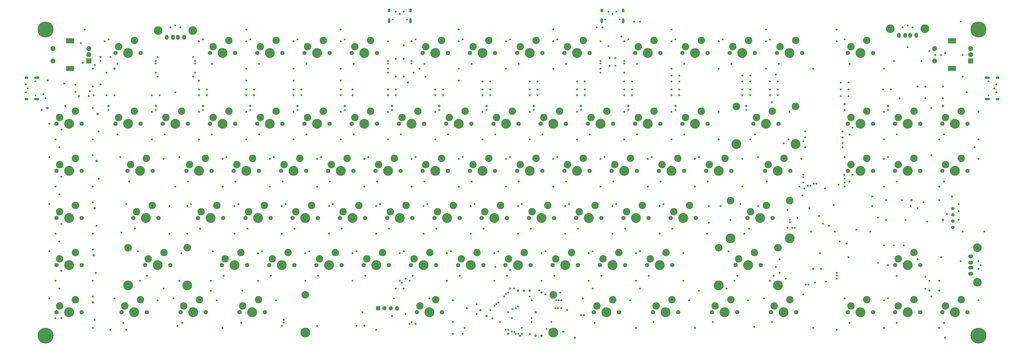
<source format=gts>
%TF.GenerationSoftware,KiCad,Pcbnew,(5.1.10)-1*%
%TF.CreationDate,2021-11-05T15:43:11-04:00*%
%TF.ProjectId,custom_keyboard (f303),63757374-6f6d-45f6-9b65-79626f617264,rev?*%
%TF.SameCoordinates,Original*%
%TF.FileFunction,Soldermask,Top*%
%TF.FilePolarity,Negative*%
%FSLAX46Y46*%
G04 Gerber Fmt 4.6, Leading zero omitted, Abs format (unit mm)*
G04 Created by KiCad (PCBNEW (5.1.10)-1) date 2021-11-05 15:43:11*
%MOMM*%
%LPD*%
G01*
G04 APERTURE LIST*
%ADD10C,3.000000*%
%ADD11C,1.750000*%
%ADD12C,4.000000*%
%ADD13C,3.048000*%
%ADD14C,3.987800*%
%ADD15C,1.000000*%
%ADD16O,1.700000X1.700000*%
%ADD17R,1.700000X1.700000*%
%ADD18C,0.650000*%
%ADD19O,2.100000X1.000000*%
%ADD20O,1.600000X1.000000*%
%ADD21C,3.500000*%
%ADD22O,1.500000X2.000000*%
%ADD23O,1.000000X2.100000*%
%ADD24O,1.000000X1.600000*%
%ADD25O,2.000000X1.500000*%
%ADD26R,2.000000X2.000000*%
%ADD27C,2.000000*%
%ADD28R,3.200000X2.000000*%
%ADD29C,1.397000*%
%ADD30C,6.400000*%
%ADD31C,0.800000*%
G04 APERTURE END LIST*
D10*
%TO.C,MX84*%
X308114500Y-267952800D03*
X301764500Y-270492800D03*
D11*
X310654500Y-273032800D03*
X300494500Y-273032800D03*
D12*
X305574500Y-273032800D03*
%TD*%
D10*
%TO.C,MX14*%
X410501800Y-163184400D03*
X404151800Y-165724400D03*
D11*
X413041800Y-168264400D03*
X402881800Y-168264400D03*
D12*
X407961800Y-168264400D03*
%TD*%
D13*
%TO.C,MX64*%
X379421100Y-227950200D03*
X355545100Y-227950200D03*
D14*
X379421100Y-243190200D03*
X355545100Y-243190200D03*
D10*
X370023100Y-229855200D03*
X363673100Y-232395200D03*
D11*
X372563100Y-234935200D03*
X362403100Y-234935200D03*
D12*
X367483100Y-234935200D03*
%TD*%
D13*
%TO.C,MX83*%
X284135050Y-266073200D03*
D14*
X284135050Y-281313200D03*
D13*
X184135250Y-266073200D03*
D14*
X184135250Y-281313200D03*
D10*
X236681500Y-267952800D03*
X230331500Y-270492800D03*
D11*
X239221500Y-273032800D03*
X229061500Y-273032800D03*
D12*
X234141500Y-273032800D03*
%TD*%
D15*
%TO.C,BOOT1*%
X279382400Y-265095800D03*
%TD*%
%TO.C,BOOT0*%
X265889500Y-281763500D03*
%TD*%
D16*
%TO.C,J1*%
X221125300Y-271445400D03*
X218585300Y-271445400D03*
X216045300Y-271445400D03*
D17*
X213505300Y-271445400D03*
%TD*%
D15*
%TO.C,X2*%
X254777700Y-272239100D03*
%TD*%
%TO.C,X1*%
X257158800Y-274620200D03*
%TD*%
%TO.C,BKL5*%
X107149500Y-174614000D03*
%TD*%
%TO.C,5-7*%
X428598000Y-227791900D03*
%TD*%
%TO.C,1-4*%
X441297200Y-235728900D03*
%TD*%
%TO.C,ENCB2*%
X272239100Y-264302100D03*
%TD*%
%TO.C,COL1*%
X104768400Y-189694300D03*
%TD*%
%TO.C,COL2*%
X123817200Y-189694300D03*
%TD*%
%TO.C,COL14*%
X361927200Y-189694300D03*
%TD*%
%TO.C,KSDA1*%
X277001300Y-282557200D03*
%TD*%
%TO.C,KSCL1*%
X279382400Y-282557200D03*
%TD*%
%TO.C,BKL3*%
X277001300Y-273032800D03*
%TD*%
%TO.C,COL11*%
X295256400Y-189694300D03*
%TD*%
%TO.C,COL10*%
X276207600Y-189694300D03*
%TD*%
%TO.C,COL9*%
X257158800Y-189694300D03*
%TD*%
%TO.C,COL8*%
X238110000Y-189694300D03*
%TD*%
%TO.C,COL7*%
X219061200Y-189694300D03*
%TD*%
%TO.C,COL6*%
X200012400Y-189694300D03*
%TD*%
%TO.C,COL5*%
X180963600Y-189694300D03*
%TD*%
%TO.C,COL4*%
X161914800Y-189694300D03*
%TD*%
%TO.C,ENCB1*%
X274620200Y-264302100D03*
%TD*%
%TO.C,ENCA1*%
X269858000Y-264302100D03*
%TD*%
%TO.C,COL17*%
X441297200Y-189694300D03*
%TD*%
%TO.C,COL16*%
X419073600Y-189694300D03*
%TD*%
%TO.C,COL15*%
X401612200Y-188900600D03*
%TD*%
%TO.C,ROW0*%
X101593600Y-169851800D03*
%TD*%
%TO.C,ROW1*%
X100403050Y-192869100D03*
%TD*%
%TO.C,ROW2*%
X100006200Y-211917900D03*
%TD*%
%TO.C,ROW3*%
X99212500Y-230966700D03*
%TD*%
%TO.C,ROW4*%
X98815650Y-250015500D03*
%TD*%
%TO.C,ROW5*%
X98418800Y-269064300D03*
%TD*%
%TO.C,COL0*%
X80163700Y-190488000D03*
%TD*%
%TO.C,COL3*%
X142866000Y-189694300D03*
%TD*%
%TO.C,COL13*%
X333354000Y-189694300D03*
%TD*%
%TO.C,COL12*%
X314305200Y-189694300D03*
%TD*%
D10*
%TO.C,MX7*%
X258111400Y-163184400D03*
X251761400Y-165724400D03*
D11*
X260651400Y-168264400D03*
X250491400Y-168264400D03*
D12*
X255571400Y-168264400D03*
%TD*%
D10*
%TO.C,MX6*%
X239062600Y-163184400D03*
X232712600Y-165724400D03*
D11*
X241602600Y-168264400D03*
X231442600Y-168264400D03*
D12*
X236522600Y-168264400D03*
%TD*%
D18*
%TO.C,USB2*%
X75301900Y-179661000D03*
X75301900Y-185441000D03*
D19*
X75831900Y-186871000D03*
X75831900Y-178231000D03*
D20*
X71651900Y-186871000D03*
X71651900Y-178231000D03*
%TD*%
D21*
%TO.C,USB3*%
X124754200Y-159204800D03*
D22*
X135254200Y-161914800D03*
X132754200Y-161914800D03*
X130754200Y-161914800D03*
D21*
X138754200Y-159204800D03*
D22*
X128254200Y-161914800D03*
%TD*%
D21*
%TO.C,USB6*%
X420010600Y-158411100D03*
D22*
X430510600Y-161121100D03*
X428010600Y-161121100D03*
X426010600Y-161121100D03*
D21*
X434010600Y-158411100D03*
D22*
X423510600Y-161121100D03*
%TD*%
D10*
%TO.C,MX78*%
X429550600Y-248904000D03*
X423200600Y-251444000D03*
D11*
X432090600Y-253984000D03*
X421930600Y-253984000D03*
D12*
X427010600Y-253984000D03*
%TD*%
D10*
%TO.C,MX19*%
X172391800Y-191757600D03*
X166041800Y-194297600D03*
D11*
X174931800Y-196837600D03*
X164771800Y-196837600D03*
D12*
X169851800Y-196837600D03*
%TD*%
D18*
%TO.C,USB1*%
X225126000Y-154671900D03*
X219346000Y-154671900D03*
D23*
X217916000Y-155201900D03*
X226556000Y-155201900D03*
D24*
X217916000Y-151021900D03*
X226556000Y-151021900D03*
%TD*%
D21*
%TO.C,USB4*%
X455119000Y-246984000D03*
D25*
X452409000Y-257484000D03*
X452409000Y-254984000D03*
X452409000Y-252984000D03*
D21*
X455119000Y-260984000D03*
D25*
X452409000Y-250484000D03*
%TD*%
D10*
%TO.C,MX32*%
X448599400Y-191757600D03*
X442249400Y-194297600D03*
D11*
X451139400Y-196837600D03*
X440979400Y-196837600D03*
D12*
X446059400Y-196837600D03*
%TD*%
D18*
%TO.C,USB7*%
X459651900Y-185441000D03*
X459651900Y-179661000D03*
D19*
X459121900Y-178231000D03*
X459121900Y-186871000D03*
D20*
X463301900Y-178231000D03*
X463301900Y-186871000D03*
%TD*%
D26*
%TO.C,ROT1*%
X96831400Y-171439200D03*
D27*
X96831400Y-168939200D03*
X96831400Y-166439200D03*
D28*
X89331400Y-174539200D03*
X89331400Y-163339200D03*
D27*
X82331400Y-171439200D03*
X82331400Y-166439200D03*
%TD*%
D26*
%TO.C,ROT2*%
X452409000Y-171439200D03*
D27*
X452409000Y-168939200D03*
X452409000Y-166439200D03*
D28*
X444909000Y-174539200D03*
X444909000Y-163339200D03*
D27*
X437909000Y-171439200D03*
X437909000Y-166439200D03*
%TD*%
D18*
%TO.C,USB5*%
X310845600Y-154671900D03*
X305065600Y-154671900D03*
D23*
X303635600Y-155201900D03*
X312275600Y-155201900D03*
D24*
X303635600Y-151021900D03*
X312275600Y-151021900D03*
%TD*%
D29*
%TO.C,OL1*%
X445265700Y-238745200D03*
X445265700Y-236205200D03*
X445265700Y-233665200D03*
X445265700Y-231125200D03*
%TD*%
D10*
%TO.C,MX1*%
X115245400Y-163184400D03*
X108895400Y-165724400D03*
D11*
X117785400Y-168264400D03*
X107625400Y-168264400D03*
D12*
X112705400Y-168264400D03*
%TD*%
D10*
%TO.C,MX2*%
X153343000Y-163184400D03*
X146993000Y-165724400D03*
D11*
X155883000Y-168264400D03*
X145723000Y-168264400D03*
D12*
X150803000Y-168264400D03*
%TD*%
D10*
%TO.C,MX3*%
X172391800Y-163184400D03*
X166041800Y-165724400D03*
D11*
X174931800Y-168264400D03*
X164771800Y-168264400D03*
D12*
X169851800Y-168264400D03*
%TD*%
D10*
%TO.C,MX4*%
X191440600Y-163184400D03*
X185090600Y-165724400D03*
D11*
X193980600Y-168264400D03*
X183820600Y-168264400D03*
D12*
X188900600Y-168264400D03*
%TD*%
D10*
%TO.C,MX5*%
X210489400Y-163184400D03*
X204139400Y-165724400D03*
D11*
X213029400Y-168264400D03*
X202869400Y-168264400D03*
D12*
X207949400Y-168264400D03*
%TD*%
D10*
%TO.C,MX8*%
X277160200Y-163184400D03*
X270810200Y-165724400D03*
D11*
X279700200Y-168264400D03*
X269540200Y-168264400D03*
D12*
X274620200Y-168264400D03*
%TD*%
D10*
%TO.C,MX9*%
X296209000Y-163184400D03*
X289859000Y-165724400D03*
D11*
X298749000Y-168264400D03*
X288589000Y-168264400D03*
D12*
X293669000Y-168264400D03*
%TD*%
D10*
%TO.C,MX10*%
X324782200Y-163184400D03*
X318432200Y-165724400D03*
D11*
X327322200Y-168264400D03*
X317162200Y-168264400D03*
D12*
X322242200Y-168264400D03*
%TD*%
D10*
%TO.C,MX11*%
X343831000Y-163184400D03*
X337481000Y-165724400D03*
D11*
X346371000Y-168264400D03*
X336211000Y-168264400D03*
D12*
X341291000Y-168264400D03*
%TD*%
D10*
%TO.C,MX12*%
X362879800Y-163184400D03*
X356529800Y-165724400D03*
D11*
X365419800Y-168264400D03*
X355259800Y-168264400D03*
D12*
X360339800Y-168264400D03*
%TD*%
D10*
%TO.C,MX13*%
X381928600Y-163184400D03*
X375578600Y-165724400D03*
D11*
X384468600Y-168264400D03*
X374308600Y-168264400D03*
D12*
X379388600Y-168264400D03*
%TD*%
D10*
%TO.C,MX15*%
X91434400Y-191757600D03*
X85084400Y-194297600D03*
D11*
X93974400Y-196837600D03*
X83814400Y-196837600D03*
D12*
X88894400Y-196837600D03*
%TD*%
D10*
%TO.C,MX16*%
X115245400Y-191757600D03*
X108895400Y-194297600D03*
D11*
X117785400Y-196837600D03*
X107625400Y-196837600D03*
D12*
X112705400Y-196837600D03*
%TD*%
D10*
%TO.C,MX17*%
X134294200Y-191757600D03*
X127944200Y-194297600D03*
D11*
X136834200Y-196837600D03*
X126674200Y-196837600D03*
D12*
X131754200Y-196837600D03*
%TD*%
D10*
%TO.C,MX18*%
X153343000Y-191757600D03*
X146993000Y-194297600D03*
D11*
X155883000Y-196837600D03*
X145723000Y-196837600D03*
D12*
X150803000Y-196837600D03*
%TD*%
D10*
%TO.C,MX20*%
X191440600Y-191757600D03*
X185090600Y-194297600D03*
D11*
X193980600Y-196837600D03*
X183820600Y-196837600D03*
D12*
X188900600Y-196837600D03*
%TD*%
D10*
%TO.C,MX21*%
X210489400Y-191757600D03*
X204139400Y-194297600D03*
D11*
X213029400Y-196837600D03*
X202869400Y-196837600D03*
D12*
X207949400Y-196837600D03*
%TD*%
D10*
%TO.C,MX22*%
X229538200Y-191757600D03*
X223188200Y-194297600D03*
D11*
X232078200Y-196837600D03*
X221918200Y-196837600D03*
D12*
X226998200Y-196837600D03*
%TD*%
D10*
%TO.C,MX23*%
X248587000Y-191757600D03*
X242237000Y-194297600D03*
D11*
X251127000Y-196837600D03*
X240967000Y-196837600D03*
D12*
X246047000Y-196837600D03*
%TD*%
D10*
%TO.C,MX24*%
X267635800Y-191757600D03*
X261285800Y-194297600D03*
D11*
X270175800Y-196837600D03*
X260015800Y-196837600D03*
D12*
X265095800Y-196837600D03*
%TD*%
D10*
%TO.C,MX25*%
X286684600Y-191757600D03*
X280334600Y-194297600D03*
D11*
X289224600Y-196837600D03*
X279064600Y-196837600D03*
D12*
X284144600Y-196837600D03*
%TD*%
D10*
%TO.C,MX26*%
X305733400Y-191757600D03*
X299383400Y-194297600D03*
D11*
X308273400Y-196837600D03*
X298113400Y-196837600D03*
D12*
X303193400Y-196837600D03*
%TD*%
D10*
%TO.C,MX27*%
X324782200Y-191757600D03*
X318432200Y-194297600D03*
D11*
X327322200Y-196837600D03*
X317162200Y-196837600D03*
D12*
X322242200Y-196837600D03*
%TD*%
D10*
%TO.C,MX28*%
X343831000Y-191757600D03*
X337481000Y-194297600D03*
D11*
X346371000Y-196837600D03*
X336211000Y-196837600D03*
D12*
X341291000Y-196837600D03*
%TD*%
D13*
%TO.C,MX29*%
X381802200Y-189852600D03*
D14*
X381802200Y-205092600D03*
X357926200Y-205092600D03*
D13*
X357926200Y-189852600D03*
D10*
X372404200Y-191757600D03*
X366054200Y-194297600D03*
D11*
X374944200Y-196837600D03*
X364784200Y-196837600D03*
D12*
X369864200Y-196837600D03*
%TD*%
D10*
%TO.C,MX30*%
X410501800Y-191757600D03*
X404151800Y-194297600D03*
D11*
X413041800Y-196837600D03*
X402881800Y-196837600D03*
D12*
X407961800Y-196837600D03*
%TD*%
D10*
%TO.C,MX31*%
X429550600Y-191757600D03*
X423200600Y-194297600D03*
D11*
X432090600Y-196837600D03*
X421930600Y-196837600D03*
D12*
X427010600Y-196837600D03*
%TD*%
D10*
%TO.C,MX33*%
X91434400Y-210806400D03*
X85084400Y-213346400D03*
D11*
X93974400Y-215886400D03*
X83814400Y-215886400D03*
D12*
X88894400Y-215886400D03*
%TD*%
D10*
%TO.C,MX34*%
X120007600Y-210806400D03*
X113657600Y-213346400D03*
D11*
X122547600Y-215886400D03*
X112387600Y-215886400D03*
D12*
X117467600Y-215886400D03*
%TD*%
D10*
%TO.C,MX35*%
X143818600Y-210806400D03*
X137468600Y-213346400D03*
D11*
X146358600Y-215886400D03*
X136198600Y-215886400D03*
D12*
X141278600Y-215886400D03*
%TD*%
D10*
%TO.C,MX36*%
X162867400Y-210806400D03*
X156517400Y-213346400D03*
D11*
X165407400Y-215886400D03*
X155247400Y-215886400D03*
D12*
X160327400Y-215886400D03*
%TD*%
D10*
%TO.C,MX37*%
X181916200Y-210806400D03*
X175566200Y-213346400D03*
D11*
X184456200Y-215886400D03*
X174296200Y-215886400D03*
D12*
X179376200Y-215886400D03*
%TD*%
D10*
%TO.C,MX38*%
X200965000Y-210806400D03*
X194615000Y-213346400D03*
D11*
X203505000Y-215886400D03*
X193345000Y-215886400D03*
D12*
X198425000Y-215886400D03*
%TD*%
D10*
%TO.C,MX39*%
X220013800Y-210806400D03*
X213663800Y-213346400D03*
D11*
X222553800Y-215886400D03*
X212393800Y-215886400D03*
D12*
X217473800Y-215886400D03*
%TD*%
D10*
%TO.C,MX40*%
X239062600Y-210806400D03*
X232712600Y-213346400D03*
D11*
X241602600Y-215886400D03*
X231442600Y-215886400D03*
D12*
X236522600Y-215886400D03*
%TD*%
D10*
%TO.C,MX41*%
X258111400Y-210806400D03*
X251761400Y-213346400D03*
D11*
X260651400Y-215886400D03*
X250491400Y-215886400D03*
D12*
X255571400Y-215886400D03*
%TD*%
D10*
%TO.C,MX42*%
X277160200Y-210806400D03*
X270810200Y-213346400D03*
D11*
X279700200Y-215886400D03*
X269540200Y-215886400D03*
D12*
X274620200Y-215886400D03*
%TD*%
D10*
%TO.C,MX43*%
X296209000Y-210806400D03*
X289859000Y-213346400D03*
D11*
X298749000Y-215886400D03*
X288589000Y-215886400D03*
D12*
X293669000Y-215886400D03*
%TD*%
D10*
%TO.C,MX45*%
X334306600Y-210806400D03*
X327956600Y-213346400D03*
D11*
X336846600Y-215886400D03*
X326686600Y-215886400D03*
D12*
X331766600Y-215886400D03*
%TD*%
D10*
%TO.C,MX46*%
X353355400Y-210806400D03*
X347005400Y-213346400D03*
D11*
X355895400Y-215886400D03*
X345735400Y-215886400D03*
D12*
X350815400Y-215886400D03*
%TD*%
D10*
%TO.C,MX48*%
X410501800Y-210806400D03*
X404151800Y-213346400D03*
D11*
X413041800Y-215886400D03*
X402881800Y-215886400D03*
D12*
X407961800Y-215886400D03*
%TD*%
D10*
%TO.C,MX49*%
X429550600Y-210806400D03*
X423200600Y-213346400D03*
D11*
X432090600Y-215886400D03*
X421930600Y-215886400D03*
D12*
X427010600Y-215886400D03*
%TD*%
D10*
%TO.C,MX51*%
X91434400Y-229855200D03*
X85084400Y-232395200D03*
D11*
X93974400Y-234935200D03*
X83814400Y-234935200D03*
D12*
X88894400Y-234935200D03*
%TD*%
D10*
%TO.C,MX52*%
X122388700Y-229855200D03*
X116038700Y-232395200D03*
D11*
X124928700Y-234935200D03*
X114768700Y-234935200D03*
D12*
X119848700Y-234935200D03*
%TD*%
D10*
%TO.C,MX53*%
X148522500Y-229855200D03*
X142172500Y-232395200D03*
D11*
X151062500Y-234935200D03*
X140902500Y-234935200D03*
D12*
X145982500Y-234935200D03*
%TD*%
D10*
%TO.C,MX54*%
X167629600Y-229855200D03*
X161279600Y-232395200D03*
D11*
X170169600Y-234935200D03*
X160009600Y-234935200D03*
D12*
X165089600Y-234935200D03*
%TD*%
D10*
%TO.C,MX55*%
X186678400Y-229855200D03*
X180328400Y-232395200D03*
D11*
X189218400Y-234935200D03*
X179058400Y-234935200D03*
D12*
X184138400Y-234935200D03*
%TD*%
D10*
%TO.C,MX56*%
X205727200Y-229855200D03*
X199377200Y-232395200D03*
D11*
X208267200Y-234935200D03*
X198107200Y-234935200D03*
D12*
X203187200Y-234935200D03*
%TD*%
D10*
%TO.C,MX57*%
X224776000Y-229855200D03*
X218426000Y-232395200D03*
D11*
X227316000Y-234935200D03*
X217156000Y-234935200D03*
D12*
X222236000Y-234935200D03*
%TD*%
D10*
%TO.C,MX59*%
X262873600Y-229855200D03*
X256523600Y-232395200D03*
D11*
X265413600Y-234935200D03*
X255253600Y-234935200D03*
D12*
X260333600Y-234935200D03*
%TD*%
D10*
%TO.C,MX60*%
X281922400Y-229855200D03*
X275572400Y-232395200D03*
D11*
X284462400Y-234935200D03*
X274302400Y-234935200D03*
D12*
X279382400Y-234935200D03*
%TD*%
D10*
%TO.C,MX61*%
X300971200Y-229855200D03*
X294621200Y-232395200D03*
D11*
X303511200Y-234935200D03*
X293351200Y-234935200D03*
D12*
X298431200Y-234935200D03*
%TD*%
D10*
%TO.C,MX63*%
X339068800Y-229855200D03*
X332718800Y-232395200D03*
D11*
X341608800Y-234935200D03*
X331448800Y-234935200D03*
D12*
X336528800Y-234935200D03*
%TD*%
D10*
%TO.C,MX65*%
X91434400Y-248904000D03*
X85084400Y-251444000D03*
D11*
X93974400Y-253984000D03*
X83814400Y-253984000D03*
D12*
X88894400Y-253984000D03*
%TD*%
D13*
%TO.C,MX66*%
X136548900Y-246999000D03*
X112672900Y-246999000D03*
D14*
X136548900Y-262239000D03*
X112672900Y-262239000D03*
D10*
X127150900Y-248904000D03*
X120800900Y-251444000D03*
D11*
X129690900Y-253984000D03*
X119530900Y-253984000D03*
D12*
X124610900Y-253984000D03*
%TD*%
D10*
%TO.C,MX67*%
X158105200Y-248904000D03*
X151755200Y-251444000D03*
D11*
X160645200Y-253984000D03*
X150485200Y-253984000D03*
D12*
X155565200Y-253984000D03*
%TD*%
D10*
%TO.C,MX68*%
X177154000Y-248904000D03*
X170804000Y-251444000D03*
D11*
X179694000Y-253984000D03*
X169534000Y-253984000D03*
D12*
X174614000Y-253984000D03*
%TD*%
D10*
%TO.C,MX69*%
X196202800Y-248904000D03*
X189852800Y-251444000D03*
D11*
X198742800Y-253984000D03*
X188582800Y-253984000D03*
D12*
X193662800Y-253984000D03*
%TD*%
D10*
%TO.C,MX70*%
X215251600Y-248904000D03*
X208901600Y-251444000D03*
D11*
X217791600Y-253984000D03*
X207631600Y-253984000D03*
D12*
X212711600Y-253984000D03*
%TD*%
D10*
%TO.C,MX71*%
X234300400Y-248904000D03*
X227950400Y-251444000D03*
D11*
X236840400Y-253984000D03*
X226680400Y-253984000D03*
D12*
X231760400Y-253984000D03*
%TD*%
D10*
%TO.C,MX72*%
X253349200Y-248904000D03*
X246999200Y-251444000D03*
D11*
X255889200Y-253984000D03*
X245729200Y-253984000D03*
D12*
X250809200Y-253984000D03*
%TD*%
D10*
%TO.C,MX73*%
X272398000Y-248904000D03*
X266048000Y-251444000D03*
D11*
X274938000Y-253984000D03*
X264778000Y-253984000D03*
D12*
X269858000Y-253984000D03*
%TD*%
D10*
%TO.C,MX74*%
X291446800Y-248904000D03*
X285096800Y-251444000D03*
D11*
X293986800Y-253984000D03*
X283826800Y-253984000D03*
D12*
X288906800Y-253984000D03*
%TD*%
D10*
%TO.C,MX75*%
X310495600Y-248904000D03*
X304145600Y-251444000D03*
D11*
X313035600Y-253984000D03*
X302875600Y-253984000D03*
D12*
X307955600Y-253984000D03*
%TD*%
D10*
%TO.C,MX76*%
X329544400Y-248904000D03*
X323194400Y-251444000D03*
D11*
X332084400Y-253984000D03*
X321924400Y-253984000D03*
D12*
X327004400Y-253984000D03*
%TD*%
%TO.C,MX77*%
X362720900Y-253984000D03*
D11*
X357640900Y-253984000D03*
X367800900Y-253984000D03*
D10*
X358910900Y-251444000D03*
X365260900Y-248904000D03*
D14*
X350814650Y-262239000D03*
X374690650Y-262239000D03*
D13*
X350814650Y-246999000D03*
X374690650Y-246999000D03*
%TD*%
D10*
%TO.C,MX79*%
X91434400Y-267952800D03*
X85084400Y-270492800D03*
D11*
X93974400Y-273032800D03*
X83814400Y-273032800D03*
D12*
X88894400Y-273032800D03*
%TD*%
D10*
%TO.C,MX80*%
X117626500Y-267952800D03*
X111276500Y-270492800D03*
D11*
X120166500Y-273032800D03*
X110006500Y-273032800D03*
D12*
X115086500Y-273032800D03*
%TD*%
D10*
%TO.C,MX81*%
X141437500Y-267952800D03*
X135087500Y-270492800D03*
D11*
X143977500Y-273032800D03*
X133817500Y-273032800D03*
D12*
X138897500Y-273032800D03*
%TD*%
D10*
%TO.C,MX82*%
X165248500Y-267952800D03*
X158898500Y-270492800D03*
D11*
X167788500Y-273032800D03*
X157628500Y-273032800D03*
D12*
X162708500Y-273032800D03*
%TD*%
D10*
%TO.C,MX85*%
X331925500Y-267952800D03*
X325575500Y-270492800D03*
D11*
X334465500Y-273032800D03*
X324305500Y-273032800D03*
D12*
X329385500Y-273032800D03*
%TD*%
D10*
%TO.C,MX86*%
X355736500Y-267952800D03*
X349386500Y-270492800D03*
D11*
X358276500Y-273032800D03*
X348116500Y-273032800D03*
D12*
X353196500Y-273032800D03*
%TD*%
D10*
%TO.C,MX89*%
X429550600Y-267952800D03*
X423200600Y-270492800D03*
D11*
X432090600Y-273032800D03*
X421930600Y-273032800D03*
D12*
X427010600Y-273032800D03*
%TD*%
D10*
%TO.C,MX47*%
X377166400Y-210806400D03*
X370816400Y-213346400D03*
D11*
X379706400Y-215886400D03*
X369546400Y-215886400D03*
D12*
X374626400Y-215886400D03*
%TD*%
D10*
%TO.C,MX44*%
X315257800Y-210806400D03*
X308907800Y-213346400D03*
D11*
X317797800Y-215886400D03*
X307637800Y-215886400D03*
D12*
X312717800Y-215886400D03*
%TD*%
D30*
%TO.C,H1*%
X79370000Y-158740000D03*
%TD*%
%TO.C,H2*%
X79370000Y-282557200D03*
%TD*%
%TO.C,H3*%
X455583800Y-158740000D03*
%TD*%
%TO.C,H4*%
X455583800Y-282557200D03*
%TD*%
D10*
%TO.C,MX88*%
X410501800Y-267952800D03*
X404151800Y-270492800D03*
D11*
X413041800Y-273032800D03*
X402881800Y-273032800D03*
D12*
X407961800Y-273032800D03*
%TD*%
D10*
%TO.C,MX87*%
X379547500Y-267952800D03*
X373197500Y-270492800D03*
D11*
X382087500Y-273032800D03*
X371927500Y-273032800D03*
D12*
X377007500Y-273032800D03*
%TD*%
D10*
%TO.C,MX50*%
X448599400Y-210806400D03*
X442249400Y-213346400D03*
D11*
X451139400Y-215886400D03*
X440979400Y-215886400D03*
D12*
X446059400Y-215886400D03*
%TD*%
D10*
%TO.C,MX90*%
X448599400Y-267952800D03*
X442249400Y-270492800D03*
D11*
X451139400Y-273032800D03*
X440979400Y-273032800D03*
D12*
X446059400Y-273032800D03*
%TD*%
D10*
%TO.C,MX58*%
X243824800Y-229855200D03*
X237474800Y-232395200D03*
D11*
X246364800Y-234935200D03*
X236204800Y-234935200D03*
D12*
X241284800Y-234935200D03*
%TD*%
D10*
%TO.C,MX62*%
X320020000Y-229855200D03*
X313670000Y-232395200D03*
D11*
X322560000Y-234935200D03*
X312400000Y-234935200D03*
D12*
X317480000Y-234935200D03*
%TD*%
D31*
X141675450Y-239300550D03*
X260333600Y-260333600D03*
X348434300Y-277001300D03*
X324623300Y-277001300D03*
X383357100Y-222236000D03*
X266683200Y-255968250D03*
X99212500Y-173026600D03*
X306765050Y-170248650D03*
X309146150Y-170248650D03*
X306765050Y-173423450D03*
X309146150Y-173423450D03*
X435741300Y-264302100D03*
X439709800Y-264302100D03*
X375420100Y-251602900D03*
X174614000Y-278588700D03*
X353990200Y-263508400D03*
X440503500Y-250809200D03*
X430979100Y-251602900D03*
X83338500Y-222236000D03*
X296050100Y-267476900D03*
X146040800Y-260333600D03*
X117467600Y-260333600D03*
X361133500Y-241284800D03*
X83338500Y-241284800D03*
X83338500Y-260333600D03*
X83338500Y-275413900D03*
X146040800Y-264302100D03*
X126992000Y-263508400D03*
X98418800Y-260333600D03*
X83338500Y-203187200D03*
X84925900Y-263508400D03*
X84925900Y-244459600D03*
X84925900Y-225410800D03*
X84925900Y-206362000D03*
X198425000Y-179376200D03*
X179376200Y-179376200D03*
X160327400Y-179376200D03*
X141278600Y-179376200D03*
X105562100Y-169851800D03*
X203584050Y-172629750D03*
X146437650Y-172629750D03*
X358355550Y-258349350D03*
X363117750Y-239300550D03*
X422645250Y-258349350D03*
X120245550Y-258349350D03*
X108340050Y-172629750D03*
X441694050Y-277398150D03*
X422645250Y-277398150D03*
X403596450Y-277398150D03*
X158343150Y-277398150D03*
X284541450Y-258349350D03*
X303590250Y-258349350D03*
X322639050Y-258349350D03*
X371451600Y-260333600D03*
X246443850Y-258349350D03*
X227395050Y-258349350D03*
X208346250Y-258349350D03*
X189297450Y-258349350D03*
X170248650Y-258349350D03*
X151199850Y-258349350D03*
X251206050Y-220251750D03*
X246047000Y-222236000D03*
X232157250Y-220251750D03*
X226998200Y-222236000D03*
X213108450Y-220251750D03*
X207949400Y-222236000D03*
X194059650Y-220251750D03*
X188900600Y-222236000D03*
X175010850Y-220251750D03*
X169851800Y-222236000D03*
X155962050Y-220251750D03*
X150803000Y-222236000D03*
X136913250Y-220251750D03*
X131754200Y-222236000D03*
X113102250Y-220251750D03*
X109927450Y-240887950D03*
X115483350Y-239300550D03*
X129373100Y-241284800D03*
X360339800Y-222236000D03*
X265095800Y-222236000D03*
X270254850Y-220251750D03*
X284144600Y-222236000D03*
X289303650Y-220251750D03*
X303193400Y-222236000D03*
X308352450Y-220251750D03*
X322242200Y-222236000D03*
X327401250Y-220251750D03*
X346450050Y-220251750D03*
X341291000Y-222236000D03*
X370261050Y-220251750D03*
X417486200Y-222236000D03*
X422645250Y-220251750D03*
X439709800Y-222236000D03*
X441694050Y-220251750D03*
X453996400Y-206362000D03*
X455583800Y-203187200D03*
X441694050Y-201202950D03*
X439709800Y-203187200D03*
X422645250Y-201202950D03*
X417486200Y-203187200D03*
X146437650Y-201202950D03*
X365498850Y-201202950D03*
X350815400Y-203187200D03*
X336925650Y-201202950D03*
X331766600Y-203187200D03*
X317876850Y-201202950D03*
X312717800Y-203187200D03*
X298828050Y-201202950D03*
X293669000Y-203187200D03*
X279779250Y-201202950D03*
X274620200Y-203187200D03*
X260730450Y-201202950D03*
X255571400Y-203187200D03*
X241681650Y-201202950D03*
X236522600Y-203187200D03*
X222632850Y-201202950D03*
X203584050Y-201202950D03*
X217473800Y-203187200D03*
X198425000Y-203187200D03*
X184535250Y-201202950D03*
X179376200Y-203187200D03*
X165486450Y-201202950D03*
X160327400Y-203187200D03*
X141278600Y-203187200D03*
X127388850Y-201202950D03*
X122229800Y-203187200D03*
X108340050Y-201202950D03*
X403596450Y-172629750D03*
X375023250Y-172629750D03*
X198425000Y-174614000D03*
X184535250Y-172629750D03*
X179376200Y-174614000D03*
X165486450Y-172629750D03*
X160327400Y-174614000D03*
X331766600Y-174614000D03*
X317876850Y-172629750D03*
X350815400Y-174614000D03*
X336925650Y-172629750D03*
X369864200Y-174614000D03*
X355974450Y-172629750D03*
X284144600Y-174614000D03*
X289303650Y-172629750D03*
X265095800Y-174614000D03*
X270254850Y-172629750D03*
X251206050Y-172629750D03*
X232157250Y-172629750D03*
X246047000Y-174614000D03*
X110721150Y-277398150D03*
X134532150Y-277398150D03*
X373832700Y-254777700D03*
X160724250Y-239300550D03*
X179773050Y-239300550D03*
X198821850Y-239300550D03*
X217870650Y-239300550D03*
X236919450Y-239300550D03*
X255968250Y-239300550D03*
X275017050Y-239300550D03*
X294065850Y-239300550D03*
X313114650Y-239300550D03*
X332163450Y-239300550D03*
X403199600Y-250809200D03*
X439709800Y-279382400D03*
X417486200Y-279382400D03*
X388913000Y-279382400D03*
X365102000Y-278985550D03*
X341291000Y-279382400D03*
X317480000Y-279382400D03*
X150803000Y-279382400D03*
X98418800Y-279382400D03*
X98418800Y-222236000D03*
X346053200Y-241284800D03*
X327004400Y-241284800D03*
X307955600Y-241284800D03*
X288906800Y-241284800D03*
X269858000Y-241284800D03*
X250809200Y-241284800D03*
X231760400Y-241284800D03*
X212711600Y-241284800D03*
X193662800Y-241284800D03*
X174614000Y-241284800D03*
X155565200Y-241284800D03*
X136516400Y-241284800D03*
X98418800Y-241284800D03*
X133341600Y-260333600D03*
X165089600Y-260333600D03*
X336528800Y-260333600D03*
X317480000Y-260333600D03*
X298431200Y-260333600D03*
X222236000Y-260333600D03*
X203187200Y-260333600D03*
X184138400Y-260333600D03*
X246047000Y-158740000D03*
X284144600Y-158740000D03*
X160327400Y-158740000D03*
X198425000Y-158740000D03*
X331766600Y-158740000D03*
X369864200Y-158740000D03*
X398437400Y-158740000D03*
X438122400Y-169058100D03*
X357165000Y-260333600D03*
X395262600Y-238110000D03*
X230173000Y-174614000D03*
X412724000Y-230173000D03*
X411930300Y-240491100D03*
X402405900Y-245253300D03*
X417486200Y-246047000D03*
X421454700Y-246047000D03*
X425423200Y-246047000D03*
X415105100Y-253190300D03*
X433360200Y-228585600D03*
X288113100Y-280969800D03*
X442090900Y-283350900D03*
X79370000Y-186519500D03*
X80213900Y-179326000D03*
X303987100Y-157946300D03*
X406374400Y-239697400D03*
X434153900Y-186519500D03*
X441297200Y-186519500D03*
X423835800Y-186519500D03*
X434153900Y-181757300D03*
X447646800Y-235728900D03*
X435741300Y-260333600D03*
X439709800Y-260333600D03*
X228585600Y-277795000D03*
X243665900Y-277001300D03*
X363514600Y-203187200D03*
X98815650Y-185328950D03*
X372245300Y-277001300D03*
X87307000Y-189694300D03*
X427010600Y-165883300D03*
X289700500Y-272239100D03*
X316686300Y-155565200D03*
X448440500Y-155565200D03*
X447646800Y-229379300D03*
X442884600Y-233347800D03*
X439709800Y-227791900D03*
X447646800Y-232157250D03*
X283350900Y-277001300D03*
X265492650Y-258349350D03*
X274620200Y-266683200D03*
X98418800Y-203187200D03*
X388913000Y-174614000D03*
X266683200Y-263508400D03*
X280969800Y-265889500D03*
X224617100Y-273826500D03*
X219854900Y-267476900D03*
X389706700Y-261127300D03*
X403596450Y-220251750D03*
X403596450Y-201202950D03*
X355577600Y-235728900D03*
X366689400Y-230173000D03*
X404787000Y-217473800D03*
X404787000Y-198425000D03*
X262714700Y-277001300D03*
X397643700Y-240491100D03*
X85719600Y-218267500D03*
X85719600Y-199218700D03*
X85719600Y-237316300D03*
X85719600Y-256365100D03*
X85719600Y-275413900D03*
X241284800Y-260333600D03*
X275413900Y-277001300D03*
X286922550Y-265095800D03*
X448440500Y-252396600D03*
X247634400Y-281763500D03*
X243665900Y-281763500D03*
X260730450Y-254777700D03*
X188900600Y-278588700D03*
X204774600Y-278588700D03*
X220648600Y-170645500D03*
X220648600Y-177788800D03*
X223823400Y-177788800D03*
X223823400Y-170645500D03*
X86910150Y-180566750D03*
X92862900Y-185725800D03*
X223823400Y-165089600D03*
X226998200Y-163502200D03*
X303193400Y-174614000D03*
X217473800Y-174614000D03*
X449234200Y-169058100D03*
X279382400Y-260333600D03*
X226204500Y-260333600D03*
X424629500Y-227791900D03*
X281366650Y-279779250D03*
X207155700Y-273032800D03*
X219061200Y-274620200D03*
X412724000Y-226204500D03*
X388119300Y-240491100D03*
X444868850Y-226204500D03*
X391690950Y-249221800D03*
X132547900Y-278588700D03*
X232554100Y-177788800D03*
X124610900Y-169851800D03*
X124610900Y-177788800D03*
X138897500Y-169851800D03*
X138897500Y-177788800D03*
X131754200Y-184138400D03*
X430979100Y-181757300D03*
X122229800Y-192075400D03*
X141278600Y-192075400D03*
X160327400Y-192075400D03*
X179376200Y-192075400D03*
X198425000Y-192075400D03*
X217473800Y-192075400D03*
X236522600Y-192075400D03*
X255571400Y-192075400D03*
X274620200Y-192075400D03*
X293669000Y-192075400D03*
X312717800Y-192075400D03*
X331766600Y-192075400D03*
X350815400Y-192075400D03*
X379388600Y-192075400D03*
X300812300Y-277398150D03*
X292875300Y-283350900D03*
X384944500Y-265889500D03*
X417486200Y-174614000D03*
X234141500Y-267476900D03*
X441297200Y-181757300D03*
X97228250Y-183741550D03*
X98418800Y-181757300D03*
X141278600Y-182947850D03*
X144453400Y-182947850D03*
X141278600Y-185328950D03*
X144453400Y-185328950D03*
X163502200Y-185328950D03*
X160327400Y-185328950D03*
X160327400Y-182947850D03*
X163502200Y-182947850D03*
X182551000Y-182947850D03*
X182551000Y-185328950D03*
X179376200Y-185328950D03*
X179376200Y-182947850D03*
X217473800Y-185328950D03*
X220648600Y-185328950D03*
X239697400Y-185328950D03*
X236522600Y-185328950D03*
X258746200Y-185328950D03*
X255571400Y-185328950D03*
X277795000Y-185328950D03*
X296843800Y-185328950D03*
X274620200Y-185328950D03*
X293669000Y-185328950D03*
X331766600Y-185328950D03*
X315892600Y-185328950D03*
X334941400Y-185328950D03*
X312717800Y-185328950D03*
X360339800Y-185328950D03*
X363514600Y-185328950D03*
X371451600Y-185328950D03*
X374626400Y-185328950D03*
X217473800Y-182947850D03*
X220648600Y-182947850D03*
X236522600Y-182947850D03*
X239697400Y-182947850D03*
X255571400Y-182947850D03*
X277795000Y-182947850D03*
X274620200Y-182947850D03*
X258746200Y-182947850D03*
X296843800Y-182947850D03*
X293669000Y-182947850D03*
X312717800Y-182947850D03*
X334941400Y-182947850D03*
X315892600Y-182947850D03*
X331766600Y-182947850D03*
X360339800Y-182947850D03*
X363514600Y-182947850D03*
X371451600Y-182947850D03*
X374626400Y-182947850D03*
X374626400Y-179773050D03*
X331766600Y-179773050D03*
X371451600Y-179773050D03*
X315892600Y-179773050D03*
X334941400Y-179773050D03*
X312717800Y-179773050D03*
X360339800Y-179773050D03*
X363514600Y-179773050D03*
X420264150Y-182947850D03*
X417089350Y-182947850D03*
X394072050Y-260730450D03*
X392087800Y-255571400D03*
X388913000Y-255571400D03*
X198425000Y-185328950D03*
X203187200Y-185328950D03*
X198425000Y-182947850D03*
X203187200Y-182947850D03*
X378594900Y-231760400D03*
X384547650Y-225807650D03*
X387325600Y-230966700D03*
X378594900Y-238903700D03*
X346846900Y-230173000D03*
X346846900Y-236919450D03*
X351609100Y-230173000D03*
X243665900Y-268270600D03*
X417486200Y-192075400D03*
X150803000Y-211124200D03*
X169851800Y-211124200D03*
X188900600Y-211124200D03*
X207949400Y-211124200D03*
X226998200Y-211124200D03*
X246047000Y-211124200D03*
X265095800Y-211124200D03*
X284144600Y-211124200D03*
X303193400Y-211124200D03*
X322242200Y-211124200D03*
X341291000Y-211124200D03*
X360339800Y-211124200D03*
X417486200Y-211124200D03*
X455583800Y-192075400D03*
X455583800Y-211124200D03*
X141278600Y-163502200D03*
X160327400Y-163502200D03*
X179376200Y-163502200D03*
X198425000Y-163502200D03*
X217473800Y-163502200D03*
X246047000Y-163502200D03*
X265095800Y-163502200D03*
X284144600Y-163502200D03*
X303193400Y-163502200D03*
X312717800Y-163502200D03*
X331766600Y-163502200D03*
X350815400Y-163502200D03*
X369864200Y-163502200D03*
X398437400Y-163502200D03*
X136516400Y-230173000D03*
X155565200Y-230173000D03*
X174614000Y-230173000D03*
X193662800Y-230173000D03*
X212711600Y-230173000D03*
X231760400Y-230173000D03*
X250809200Y-230173000D03*
X269858000Y-230173000D03*
X288906800Y-230173000D03*
X307955600Y-230173000D03*
X327004400Y-230173000D03*
X317480000Y-249221800D03*
X298431200Y-249221800D03*
X279382400Y-249221800D03*
X260333600Y-249221800D03*
X241284800Y-249221800D03*
X222236000Y-249221800D03*
X203187200Y-249221800D03*
X184138400Y-249221800D03*
X165089600Y-249221800D03*
X134135300Y-249221800D03*
X129373100Y-230173000D03*
X126992000Y-211124200D03*
X384150800Y-211124200D03*
X124610900Y-268270600D03*
X148421900Y-268270600D03*
X172232900Y-268270600D03*
X338909900Y-268270600D03*
X362720900Y-268270600D03*
X417486200Y-268270600D03*
X455583800Y-268270600D03*
X315098900Y-268270600D03*
X98418800Y-266683200D03*
X98418800Y-247634400D03*
X98418800Y-228585600D03*
X98418800Y-209536800D03*
X98418800Y-190488000D03*
X103181000Y-163502200D03*
X95244000Y-158740000D03*
X336528800Y-249221800D03*
X399172300Y-221501100D03*
X428201150Y-230173000D03*
X430979100Y-230966700D03*
X249221800Y-271445400D03*
X253190300Y-269858000D03*
X253190300Y-273826500D03*
X418279900Y-227791900D03*
X382563400Y-234935200D03*
X378991750Y-203187200D03*
X384944500Y-203980900D03*
X269064300Y-271445400D03*
X265889500Y-273032800D03*
X400024800Y-180169900D03*
X403199600Y-180169900D03*
X403199600Y-185725800D03*
X400024800Y-185725800D03*
X403199600Y-182947850D03*
X400024800Y-182947850D03*
X122229800Y-185328950D03*
X125404600Y-185328950D03*
X103974700Y-185328950D03*
X107149500Y-185328950D03*
X293669000Y-179773050D03*
X274620200Y-179773050D03*
X258746200Y-179773050D03*
X296843800Y-179773050D03*
X255571400Y-179773050D03*
X277795000Y-179773050D03*
X246047000Y-179376200D03*
X363514600Y-177391950D03*
X360339800Y-177391950D03*
X334941400Y-177391950D03*
X331766600Y-177391950D03*
X399627950Y-244459600D03*
X414989297Y-234819397D03*
X418279900Y-235728900D03*
X434947600Y-236522600D03*
X267476900Y-275413900D03*
X267629898Y-271782800D03*
X397218900Y-229748200D03*
X391294100Y-234141500D03*
X426216900Y-235728900D03*
X129769950Y-157946300D03*
X133738450Y-157946300D03*
X425026350Y-157946300D03*
X428994850Y-157946300D03*
X222236000Y-152390400D03*
X220648600Y-151596700D03*
X223823400Y-151596700D03*
X306368200Y-151596700D03*
X309543000Y-151596700D03*
X427010600Y-157152600D03*
X462727100Y-180963600D03*
X462727100Y-184138400D03*
X71433000Y-184138400D03*
X71433000Y-180963600D03*
X455583800Y-255571400D03*
X455583800Y-252396600D03*
X461933400Y-182551000D03*
X307955600Y-152390400D03*
X131754200Y-157152600D03*
X72226700Y-182551000D03*
X456377500Y-253984000D03*
X258746200Y-272239100D03*
X123817200Y-191281700D03*
X133341600Y-210330500D03*
X138103800Y-229379300D03*
X130960500Y-267476900D03*
X259557769Y-275485740D03*
X146834500Y-248428100D03*
X107149500Y-267476900D03*
X116673900Y-248428100D03*
X111911700Y-229379300D03*
X109530600Y-210330500D03*
X104768400Y-191281700D03*
X104768400Y-162708500D03*
X248428100Y-279382400D03*
X166677000Y-248428100D03*
X157152600Y-229379300D03*
X152390400Y-210330500D03*
X142866000Y-191281700D03*
X142866000Y-162708500D03*
X158740000Y-264302100D03*
X260449403Y-270535897D03*
X100799900Y-219061200D03*
X384944500Y-217473800D03*
X269082394Y-281788020D03*
X401496397Y-217589603D03*
X375420100Y-257158800D03*
X99609350Y-257158800D03*
X270661666Y-282571206D03*
X398437400Y-257158800D03*
X421454700Y-171439200D03*
X101593600Y-171439200D03*
X226998200Y-171439200D03*
X217473800Y-171439200D03*
X432566500Y-171439200D03*
X123817200Y-171439200D03*
X139691200Y-171439200D03*
X303193400Y-171439200D03*
X312717800Y-171439200D03*
X264876846Y-280163449D03*
X100006200Y-238110000D03*
X270081897Y-281756422D03*
X175407700Y-276207600D03*
X99212500Y-276207600D03*
X226998200Y-277001300D03*
X271531898Y-281763500D03*
X373832700Y-176995100D03*
X372245300Y-188106900D03*
X385738200Y-206362000D03*
X400818500Y-206362000D03*
X401612200Y-222236000D03*
X385341350Y-223029700D03*
X434154726Y-263553870D03*
X434153900Y-258746200D03*
X80957400Y-210330500D03*
X80957400Y-229379300D03*
X80957400Y-248428100D03*
X80957400Y-267476900D03*
X80957400Y-196837600D03*
X274730350Y-281873650D03*
X161914800Y-162708500D03*
X161914800Y-191281700D03*
X171439200Y-210330500D03*
X176201400Y-229379300D03*
X185725800Y-248428100D03*
X261156511Y-269828789D03*
X204774600Y-248428100D03*
X195250200Y-229379300D03*
X190488000Y-210330500D03*
X180963600Y-191281700D03*
X180963600Y-162708500D03*
X261921000Y-269064300D03*
X223823400Y-248428100D03*
X214299000Y-229379300D03*
X209536800Y-210330500D03*
X200012400Y-191281700D03*
X200012400Y-162708500D03*
X223823400Y-263508400D03*
X264302100Y-266683200D03*
X242872200Y-248428100D03*
X233347800Y-229379300D03*
X228585600Y-210330500D03*
X219061200Y-191281700D03*
X228585600Y-162708500D03*
X265108451Y-265670546D03*
X261921000Y-248428100D03*
X252396600Y-229379300D03*
X247634400Y-210330500D03*
X238110000Y-191281700D03*
X247634400Y-162708500D03*
X265913884Y-265077857D03*
X267476900Y-280969800D03*
X268488619Y-280983387D03*
X94450300Y-172232900D03*
X440503500Y-169058100D03*
X93656600Y-164295900D03*
X386006900Y-261921000D03*
X296446950Y-274223350D03*
X387056900Y-261921000D03*
X295256400Y-274223350D03*
X207949400Y-278588700D03*
X436535000Y-190488000D03*
X436535000Y-209536800D03*
X436535000Y-266683200D03*
X284967503Y-271416197D03*
X419073600Y-267476900D03*
X419073600Y-210330500D03*
X419073600Y-191281700D03*
X419073600Y-253984000D03*
X286011820Y-271409324D03*
X100799900Y-200012400D03*
X265889500Y-280176100D03*
X385738200Y-200012400D03*
X400818500Y-200012400D03*
X280969800Y-248428100D03*
X271445400Y-229379300D03*
X266683200Y-210330500D03*
X257158800Y-191281700D03*
X266683200Y-162708500D03*
X268270600Y-263508400D03*
X285732000Y-162708500D03*
X276207600Y-191281700D03*
X285732000Y-210330500D03*
X290494200Y-229379300D03*
X300018600Y-248428100D03*
X300018600Y-263508400D03*
X319067400Y-248428100D03*
X309543000Y-229379300D03*
X304780800Y-210330500D03*
X295256400Y-191281700D03*
X314305200Y-162708500D03*
X319067400Y-263508400D03*
X278369746Y-264289449D03*
X333354000Y-162708500D03*
X314305200Y-191281700D03*
X323829600Y-210330500D03*
X328591800Y-229379300D03*
X285283210Y-268256179D03*
X342878400Y-210330500D03*
X333354000Y-191281700D03*
X352402800Y-162708500D03*
X342878400Y-264302100D03*
X286306746Y-268257949D03*
X354783900Y-248428100D03*
X359546100Y-229379300D03*
X361927200Y-191281700D03*
X366689400Y-210330500D03*
X371451600Y-162708500D03*
X369070500Y-267476900D03*
X287319400Y-268270600D03*
X287319400Y-271445400D03*
X401612200Y-267476900D03*
X401612200Y-162708500D03*
X401612200Y-191281700D03*
X401612200Y-210330500D03*
X442090900Y-168264400D03*
X98418800Y-174614000D03*
X123817200Y-172439203D03*
X139691200Y-172439203D03*
X226998200Y-172439203D03*
X217473800Y-172439203D03*
X303193400Y-172439203D03*
X312717800Y-172439203D03*
X385738200Y-202393500D03*
X400818500Y-202393500D03*
X384944500Y-218473803D03*
X401612200Y-219061200D03*
X373039000Y-258349350D03*
X398437400Y-258158803D03*
X175407700Y-277207603D03*
X226204500Y-277795000D03*
X91391303Y-181079403D03*
X91391303Y-184022597D03*
X457964900Y-240491100D03*
X449234200Y-240491100D03*
X319067400Y-155565200D03*
X301606000Y-157946300D03*
X435741300Y-167470700D03*
X78576300Y-184932100D03*
X77782600Y-191281700D03*
X377007500Y-204774600D03*
X217473800Y-176201400D03*
X393675200Y-223029700D03*
X377801200Y-259539900D03*
X392925200Y-237272600D03*
X96831400Y-185725800D03*
X101593600Y-180963600D03*
X303193400Y-176201400D03*
X312717800Y-176201400D03*
X123817200Y-176201400D03*
X139691200Y-176201400D03*
X225410800Y-180169900D03*
X223029700Y-261127300D03*
X220648600Y-263508400D03*
X224617100Y-259539900D03*
X401610405Y-220650395D03*
X227791900Y-176201400D03*
X384944500Y-220648600D03*
X398437400Y-259539900D03*
X398437400Y-280176100D03*
X400818500Y-204774600D03*
X271445400Y-279382400D03*
X275413900Y-275413900D03*
X269858000Y-270651700D03*
X275413900Y-268270600D03*
X212711600Y-280138480D03*
X103974700Y-176201400D03*
X111911700Y-280138480D03*
X105562100Y-280176100D03*
X311527250Y-161517950D03*
X306368200Y-165486450D03*
X450821600Y-184138400D03*
X449234200Y-177788800D03*
X379526000Y-235600750D03*
X387850600Y-221898600D03*
X390231700Y-221104900D03*
X381501000Y-238903700D03*
X379526000Y-236650750D03*
X386800600Y-221898600D03*
X389181700Y-221104900D03*
X380451000Y-238903700D03*
M02*

</source>
